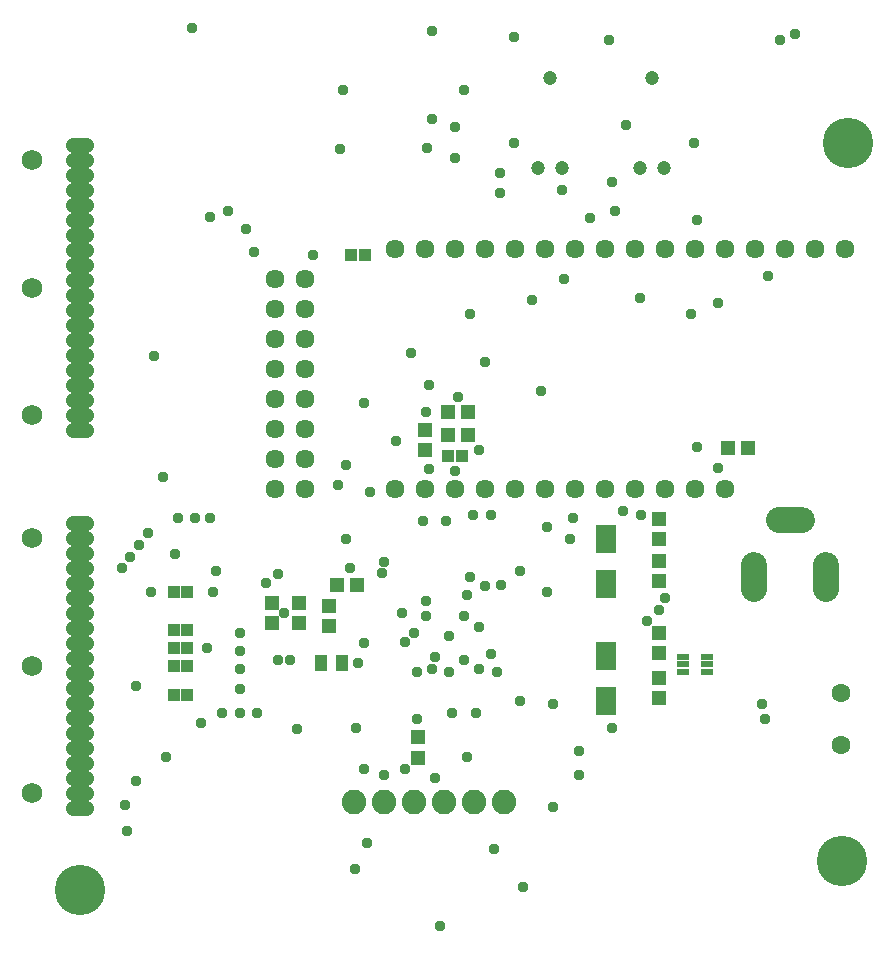
<source format=gbr>
G04 EAGLE Gerber RS-274X export*
G75*
%MOMM*%
%FSLAX34Y34*%
%LPD*%
%INSoldermask Bottom*%
%IPPOS*%
%AMOC8*
5,1,8,0,0,1.08239X$1,22.5*%
G01*
%ADD10C,4.267200*%
%ADD11R,1.203200X1.303200*%
%ADD12R,1.727200X2.387600*%
%ADD13C,2.203200*%
%ADD14R,1.041400X0.558800*%
%ADD15C,2.082800*%
%ADD16R,1.003200X1.403200*%
%ADD17R,1.303200X1.203200*%
%ADD18C,1.194200*%
%ADD19R,1.053200X1.103200*%
%ADD20C,1.611200*%
%ADD21C,1.270000*%
%ADD22C,1.727200*%
%ADD23C,1.600200*%
%ADD24C,0.959600*%


D10*
X1332500Y710000D03*
X1327500Y102500D03*
X682500Y77500D03*
D11*
X1172800Y295300D03*
X1172800Y278300D03*
X1172800Y339500D03*
X1172800Y356500D03*
D12*
X1127400Y336396D03*
X1127400Y375004D03*
X1127400Y275904D03*
X1127400Y237296D03*
D13*
X1252800Y332800D02*
X1252800Y352800D01*
X1313800Y352800D02*
X1313800Y332800D01*
X1293800Y390800D02*
X1273800Y390800D01*
D11*
X1172800Y240200D03*
X1172800Y257200D03*
X1172800Y392100D03*
X1172800Y375100D03*
D14*
X1213414Y275200D03*
X1213414Y268700D03*
X1213414Y262200D03*
X1192586Y262200D03*
X1192586Y268700D03*
X1192586Y275200D03*
D15*
X1041000Y152300D03*
X1015600Y152300D03*
X990200Y152300D03*
X964800Y152300D03*
X939400Y152300D03*
X914000Y152300D03*
D16*
X904000Y270000D03*
X886000Y270000D03*
D17*
X916500Y335700D03*
X899500Y335700D03*
D11*
X968200Y206800D03*
X968200Y189800D03*
D18*
X1176500Y689000D03*
X1156200Y689000D03*
X1166350Y765200D03*
D11*
X893400Y301200D03*
X893400Y318200D03*
X868000Y320700D03*
X868000Y303700D03*
X845000Y320700D03*
X845000Y303700D03*
D19*
X761700Y282500D03*
X773300Y282500D03*
X761700Y297500D03*
X773300Y297500D03*
X761700Y267500D03*
X773300Y267500D03*
X761700Y242500D03*
X773300Y242500D03*
X994200Y445000D03*
X1005800Y445000D03*
X773300Y330000D03*
X761700Y330000D03*
D20*
X1330000Y620300D03*
X1304600Y620300D03*
X1279200Y620300D03*
X1253800Y620300D03*
X1228400Y620300D03*
X1203000Y620300D03*
X1177600Y620300D03*
X1152200Y620300D03*
X1126800Y620300D03*
X1101400Y620300D03*
X1076000Y620300D03*
X1050600Y620300D03*
X1025200Y620300D03*
X999800Y620300D03*
X974400Y620300D03*
X949000Y620300D03*
X949000Y417100D03*
X974400Y417100D03*
X999800Y417100D03*
X1025200Y417100D03*
X1050600Y417100D03*
X1076000Y417100D03*
X1101400Y417100D03*
X1126800Y417100D03*
X1152200Y417100D03*
X1177600Y417100D03*
X1203000Y417100D03*
X872800Y594900D03*
X872800Y569500D03*
X872800Y544100D03*
X872800Y518700D03*
X872800Y493300D03*
X872800Y467900D03*
X872800Y442500D03*
X872800Y417100D03*
X847400Y594900D03*
X847400Y569500D03*
X847400Y544100D03*
X847400Y518700D03*
X847400Y493300D03*
X847400Y467900D03*
X847400Y442500D03*
X847400Y417100D03*
X1228400Y417100D03*
D17*
X1231000Y451800D03*
X1248000Y451800D03*
D11*
X974700Y450000D03*
X974700Y467000D03*
D19*
X911700Y615000D03*
X923300Y615000D03*
D18*
X1090000Y689000D03*
X1069700Y689000D03*
X1079850Y765200D03*
D17*
X994000Y482500D03*
X1011000Y482500D03*
X1011000Y462500D03*
X994000Y462500D03*
D21*
X687234Y467100D02*
X676566Y467100D01*
X676566Y479800D02*
X687234Y479800D01*
X687234Y492500D02*
X676566Y492500D01*
X676566Y505200D02*
X687234Y505200D01*
X687234Y517900D02*
X676566Y517900D01*
X676566Y530600D02*
X687234Y530600D01*
X687234Y543300D02*
X676566Y543300D01*
X676566Y556000D02*
X687234Y556000D01*
X687234Y568700D02*
X676566Y568700D01*
X676566Y581400D02*
X687234Y581400D01*
X687234Y594100D02*
X676566Y594100D01*
X676566Y606800D02*
X687234Y606800D01*
X687234Y619500D02*
X676566Y619500D01*
X676566Y632200D02*
X687234Y632200D01*
X687234Y644900D02*
X676566Y644900D01*
X676566Y657600D02*
X687234Y657600D01*
X687234Y670300D02*
X676566Y670300D01*
X676566Y683000D02*
X687234Y683000D01*
X687234Y695700D02*
X676566Y695700D01*
X676566Y708400D02*
X687234Y708400D01*
D22*
X641260Y479800D03*
X641260Y695700D03*
X641260Y587750D03*
D21*
X676566Y146900D02*
X687234Y146900D01*
X687234Y159600D02*
X676566Y159600D01*
X676566Y172300D02*
X687234Y172300D01*
X687234Y185000D02*
X676566Y185000D01*
X676566Y197700D02*
X687234Y197700D01*
X687234Y210400D02*
X676566Y210400D01*
X676566Y223100D02*
X687234Y223100D01*
X687234Y235800D02*
X676566Y235800D01*
X676566Y248500D02*
X687234Y248500D01*
X687234Y261200D02*
X676566Y261200D01*
X676566Y273900D02*
X687234Y273900D01*
X687234Y286600D02*
X676566Y286600D01*
X676566Y299300D02*
X687234Y299300D01*
X687234Y312000D02*
X676566Y312000D01*
X676566Y324700D02*
X687234Y324700D01*
X687234Y337400D02*
X676566Y337400D01*
X676566Y350100D02*
X687234Y350100D01*
X687234Y362800D02*
X676566Y362800D01*
X676566Y375500D02*
X687234Y375500D01*
X687234Y388200D02*
X676566Y388200D01*
D22*
X641260Y159600D03*
X641260Y375500D03*
X641260Y267550D03*
D23*
X1326458Y200402D03*
X1326458Y244598D03*
D24*
X777500Y807500D03*
X855000Y312500D03*
X1097500Y375170D03*
X911194Y350000D03*
X900972Y420464D03*
X1145000Y725000D03*
X1132500Y215000D03*
X1038806Y336250D03*
X902500Y705000D03*
X1035000Y262500D03*
X980000Y805000D03*
X860000Y272500D03*
X1260000Y235000D03*
X1262500Y222500D03*
X1172500Y315000D03*
X1177500Y325000D03*
X1162500Y305000D03*
X1032500Y112500D03*
X1057492Y80142D03*
X1082500Y147500D03*
X1082500Y235000D03*
X1205000Y452500D03*
X1222500Y435000D03*
X1050000Y800000D03*
X1130000Y797500D03*
X1287500Y802500D03*
X1275000Y797500D03*
X1105000Y175000D03*
X1105000Y195000D03*
X957500Y180000D03*
X927500Y415000D03*
X922500Y490000D03*
X975000Y482500D03*
X1222500Y575000D03*
X850000Y272500D03*
X785000Y218806D03*
X987500Y47500D03*
X925000Y117500D03*
X915000Y95000D03*
X995000Y292500D03*
X967500Y222500D03*
X1072500Y500000D03*
X1055000Y237500D03*
X917500Y270000D03*
X938006Y345912D03*
X1000000Y723694D03*
X1077500Y330000D03*
X1077500Y385000D03*
X940000Y175000D03*
X950000Y457500D03*
X905000Y755000D03*
X1007500Y755000D03*
X977500Y505000D03*
X1000000Y697500D03*
X1090000Y670000D03*
X1132500Y677500D03*
X1065000Y577500D03*
X1156250Y578750D03*
X1037500Y667500D03*
X1202500Y710000D03*
X1012500Y565000D03*
X1200000Y565000D03*
X955000Y312500D03*
X730000Y250000D03*
X730000Y170000D03*
X982500Y172500D03*
X817500Y247500D03*
X967500Y262500D03*
X817500Y265000D03*
X965000Y295000D03*
X922500Y286870D03*
X817500Y280000D03*
X817500Y295000D03*
X957500Y287500D03*
X817500Y227500D03*
X995000Y262500D03*
X832500Y227500D03*
X997500Y227500D03*
X742500Y330000D03*
X850000Y345000D03*
X940000Y355000D03*
X717500Y350000D03*
X907500Y375000D03*
X1007500Y310000D03*
X790000Y282500D03*
X1010000Y327500D03*
X795000Y330000D03*
X1020000Y300000D03*
X980000Y265000D03*
X752500Y427500D03*
X1000000Y432500D03*
X992500Y390000D03*
X1020000Y450000D03*
X907500Y437500D03*
X977500Y433806D03*
X762500Y362500D03*
X1020000Y265000D03*
X1142276Y398694D03*
X792500Y392500D03*
X797500Y347500D03*
X1030000Y277500D03*
X1135000Y652500D03*
X807500Y652556D03*
X1113750Y646250D03*
X792500Y647500D03*
X1100000Y392500D03*
X725000Y360000D03*
X1055000Y347500D03*
X732500Y370000D03*
X1030000Y395000D03*
X780000Y392500D03*
X1015000Y395000D03*
X1002500Y495000D03*
X866250Y213750D03*
X916194Y215000D03*
X1205000Y645000D03*
X976250Y706250D03*
X1037500Y685000D03*
X980000Y730000D03*
X1050000Y710000D03*
X982500Y275000D03*
X922500Y180000D03*
X1092500Y595000D03*
X1265000Y597500D03*
X720000Y150000D03*
X1010000Y190000D03*
X755000Y190000D03*
X1017398Y227602D03*
X740000Y380000D03*
X972500Y390000D03*
X962500Y532500D03*
X745000Y530000D03*
X1012500Y342500D03*
X1025000Y335000D03*
X722500Y127500D03*
X1007500Y272500D03*
X975000Y322500D03*
X880000Y615000D03*
X822500Y637500D03*
X830000Y617500D03*
X1157500Y395000D03*
X765000Y392500D03*
X802500Y227500D03*
X840000Y337500D03*
X975000Y310000D03*
X1025000Y525000D03*
M02*

</source>
